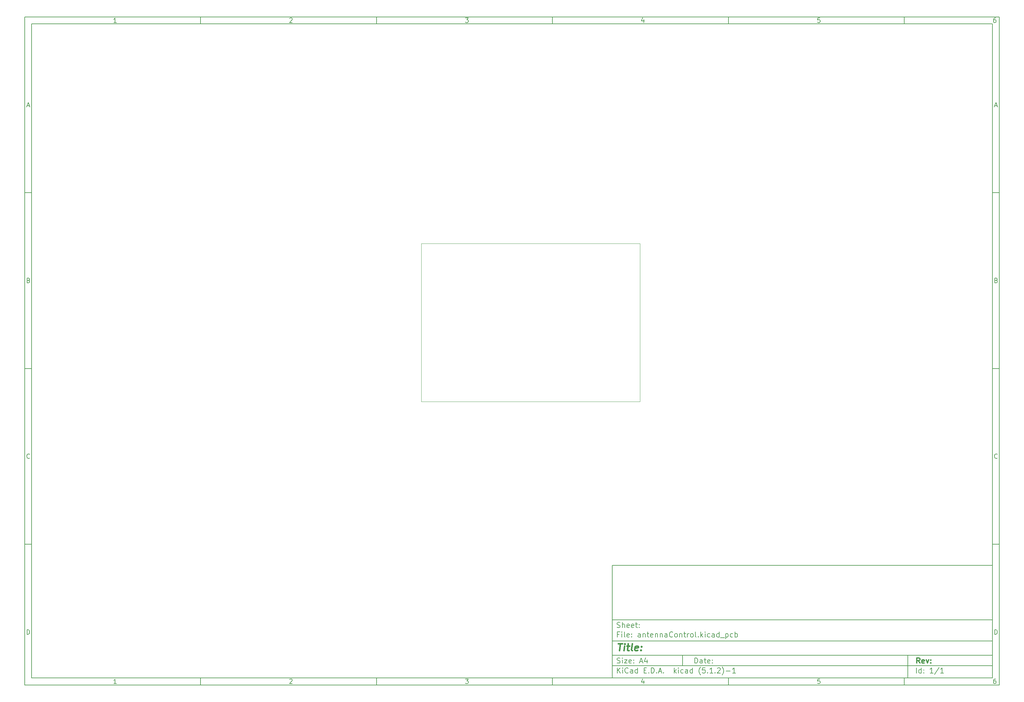
<source format=gbr>
G04 #@! TF.GenerationSoftware,KiCad,Pcbnew,(5.1.2)-1*
G04 #@! TF.CreationDate,2019-05-30T12:40:23+02:00*
G04 #@! TF.ProjectId,antennaControl,616e7465-6e6e-4614-936f-6e74726f6c2e,rev?*
G04 #@! TF.SameCoordinates,Original*
G04 #@! TF.FileFunction,Profile,NP*
%FSLAX46Y46*%
G04 Gerber Fmt 4.6, Leading zero omitted, Abs format (unit mm)*
G04 Created by KiCad (PCBNEW (5.1.2)-1) date 2019-05-30 12:40:23*
%MOMM*%
%LPD*%
G04 APERTURE LIST*
%ADD10C,0.100000*%
%ADD11C,0.150000*%
%ADD12C,0.300000*%
%ADD13C,0.400000*%
G04 APERTURE END LIST*
D10*
D11*
X177002200Y-166007200D02*
X177002200Y-198007200D01*
X285002200Y-198007200D01*
X285002200Y-166007200D01*
X177002200Y-166007200D01*
D10*
D11*
X10000000Y-10000000D02*
X10000000Y-200007200D01*
X287002200Y-200007200D01*
X287002200Y-10000000D01*
X10000000Y-10000000D01*
D10*
D11*
X12000000Y-12000000D02*
X12000000Y-198007200D01*
X285002200Y-198007200D01*
X285002200Y-12000000D01*
X12000000Y-12000000D01*
D10*
D11*
X60000000Y-12000000D02*
X60000000Y-10000000D01*
D10*
D11*
X110000000Y-12000000D02*
X110000000Y-10000000D01*
D10*
D11*
X160000000Y-12000000D02*
X160000000Y-10000000D01*
D10*
D11*
X210000000Y-12000000D02*
X210000000Y-10000000D01*
D10*
D11*
X260000000Y-12000000D02*
X260000000Y-10000000D01*
D10*
D11*
X36065476Y-11588095D02*
X35322619Y-11588095D01*
X35694047Y-11588095D02*
X35694047Y-10288095D01*
X35570238Y-10473809D01*
X35446428Y-10597619D01*
X35322619Y-10659523D01*
D10*
D11*
X85322619Y-10411904D02*
X85384523Y-10350000D01*
X85508333Y-10288095D01*
X85817857Y-10288095D01*
X85941666Y-10350000D01*
X86003571Y-10411904D01*
X86065476Y-10535714D01*
X86065476Y-10659523D01*
X86003571Y-10845238D01*
X85260714Y-11588095D01*
X86065476Y-11588095D01*
D10*
D11*
X135260714Y-10288095D02*
X136065476Y-10288095D01*
X135632142Y-10783333D01*
X135817857Y-10783333D01*
X135941666Y-10845238D01*
X136003571Y-10907142D01*
X136065476Y-11030952D01*
X136065476Y-11340476D01*
X136003571Y-11464285D01*
X135941666Y-11526190D01*
X135817857Y-11588095D01*
X135446428Y-11588095D01*
X135322619Y-11526190D01*
X135260714Y-11464285D01*
D10*
D11*
X185941666Y-10721428D02*
X185941666Y-11588095D01*
X185632142Y-10226190D02*
X185322619Y-11154761D01*
X186127380Y-11154761D01*
D10*
D11*
X236003571Y-10288095D02*
X235384523Y-10288095D01*
X235322619Y-10907142D01*
X235384523Y-10845238D01*
X235508333Y-10783333D01*
X235817857Y-10783333D01*
X235941666Y-10845238D01*
X236003571Y-10907142D01*
X236065476Y-11030952D01*
X236065476Y-11340476D01*
X236003571Y-11464285D01*
X235941666Y-11526190D01*
X235817857Y-11588095D01*
X235508333Y-11588095D01*
X235384523Y-11526190D01*
X235322619Y-11464285D01*
D10*
D11*
X285941666Y-10288095D02*
X285694047Y-10288095D01*
X285570238Y-10350000D01*
X285508333Y-10411904D01*
X285384523Y-10597619D01*
X285322619Y-10845238D01*
X285322619Y-11340476D01*
X285384523Y-11464285D01*
X285446428Y-11526190D01*
X285570238Y-11588095D01*
X285817857Y-11588095D01*
X285941666Y-11526190D01*
X286003571Y-11464285D01*
X286065476Y-11340476D01*
X286065476Y-11030952D01*
X286003571Y-10907142D01*
X285941666Y-10845238D01*
X285817857Y-10783333D01*
X285570238Y-10783333D01*
X285446428Y-10845238D01*
X285384523Y-10907142D01*
X285322619Y-11030952D01*
D10*
D11*
X60000000Y-198007200D02*
X60000000Y-200007200D01*
D10*
D11*
X110000000Y-198007200D02*
X110000000Y-200007200D01*
D10*
D11*
X160000000Y-198007200D02*
X160000000Y-200007200D01*
D10*
D11*
X210000000Y-198007200D02*
X210000000Y-200007200D01*
D10*
D11*
X260000000Y-198007200D02*
X260000000Y-200007200D01*
D10*
D11*
X36065476Y-199595295D02*
X35322619Y-199595295D01*
X35694047Y-199595295D02*
X35694047Y-198295295D01*
X35570238Y-198481009D01*
X35446428Y-198604819D01*
X35322619Y-198666723D01*
D10*
D11*
X85322619Y-198419104D02*
X85384523Y-198357200D01*
X85508333Y-198295295D01*
X85817857Y-198295295D01*
X85941666Y-198357200D01*
X86003571Y-198419104D01*
X86065476Y-198542914D01*
X86065476Y-198666723D01*
X86003571Y-198852438D01*
X85260714Y-199595295D01*
X86065476Y-199595295D01*
D10*
D11*
X135260714Y-198295295D02*
X136065476Y-198295295D01*
X135632142Y-198790533D01*
X135817857Y-198790533D01*
X135941666Y-198852438D01*
X136003571Y-198914342D01*
X136065476Y-199038152D01*
X136065476Y-199347676D01*
X136003571Y-199471485D01*
X135941666Y-199533390D01*
X135817857Y-199595295D01*
X135446428Y-199595295D01*
X135322619Y-199533390D01*
X135260714Y-199471485D01*
D10*
D11*
X185941666Y-198728628D02*
X185941666Y-199595295D01*
X185632142Y-198233390D02*
X185322619Y-199161961D01*
X186127380Y-199161961D01*
D10*
D11*
X236003571Y-198295295D02*
X235384523Y-198295295D01*
X235322619Y-198914342D01*
X235384523Y-198852438D01*
X235508333Y-198790533D01*
X235817857Y-198790533D01*
X235941666Y-198852438D01*
X236003571Y-198914342D01*
X236065476Y-199038152D01*
X236065476Y-199347676D01*
X236003571Y-199471485D01*
X235941666Y-199533390D01*
X235817857Y-199595295D01*
X235508333Y-199595295D01*
X235384523Y-199533390D01*
X235322619Y-199471485D01*
D10*
D11*
X285941666Y-198295295D02*
X285694047Y-198295295D01*
X285570238Y-198357200D01*
X285508333Y-198419104D01*
X285384523Y-198604819D01*
X285322619Y-198852438D01*
X285322619Y-199347676D01*
X285384523Y-199471485D01*
X285446428Y-199533390D01*
X285570238Y-199595295D01*
X285817857Y-199595295D01*
X285941666Y-199533390D01*
X286003571Y-199471485D01*
X286065476Y-199347676D01*
X286065476Y-199038152D01*
X286003571Y-198914342D01*
X285941666Y-198852438D01*
X285817857Y-198790533D01*
X285570238Y-198790533D01*
X285446428Y-198852438D01*
X285384523Y-198914342D01*
X285322619Y-199038152D01*
D10*
D11*
X10000000Y-60000000D02*
X12000000Y-60000000D01*
D10*
D11*
X10000000Y-110000000D02*
X12000000Y-110000000D01*
D10*
D11*
X10000000Y-160000000D02*
X12000000Y-160000000D01*
D10*
D11*
X10690476Y-35216666D02*
X11309523Y-35216666D01*
X10566666Y-35588095D02*
X11000000Y-34288095D01*
X11433333Y-35588095D01*
D10*
D11*
X11092857Y-84907142D02*
X11278571Y-84969047D01*
X11340476Y-85030952D01*
X11402380Y-85154761D01*
X11402380Y-85340476D01*
X11340476Y-85464285D01*
X11278571Y-85526190D01*
X11154761Y-85588095D01*
X10659523Y-85588095D01*
X10659523Y-84288095D01*
X11092857Y-84288095D01*
X11216666Y-84350000D01*
X11278571Y-84411904D01*
X11340476Y-84535714D01*
X11340476Y-84659523D01*
X11278571Y-84783333D01*
X11216666Y-84845238D01*
X11092857Y-84907142D01*
X10659523Y-84907142D01*
D10*
D11*
X11402380Y-135464285D02*
X11340476Y-135526190D01*
X11154761Y-135588095D01*
X11030952Y-135588095D01*
X10845238Y-135526190D01*
X10721428Y-135402380D01*
X10659523Y-135278571D01*
X10597619Y-135030952D01*
X10597619Y-134845238D01*
X10659523Y-134597619D01*
X10721428Y-134473809D01*
X10845238Y-134350000D01*
X11030952Y-134288095D01*
X11154761Y-134288095D01*
X11340476Y-134350000D01*
X11402380Y-134411904D01*
D10*
D11*
X10659523Y-185588095D02*
X10659523Y-184288095D01*
X10969047Y-184288095D01*
X11154761Y-184350000D01*
X11278571Y-184473809D01*
X11340476Y-184597619D01*
X11402380Y-184845238D01*
X11402380Y-185030952D01*
X11340476Y-185278571D01*
X11278571Y-185402380D01*
X11154761Y-185526190D01*
X10969047Y-185588095D01*
X10659523Y-185588095D01*
D10*
D11*
X287002200Y-60000000D02*
X285002200Y-60000000D01*
D10*
D11*
X287002200Y-110000000D02*
X285002200Y-110000000D01*
D10*
D11*
X287002200Y-160000000D02*
X285002200Y-160000000D01*
D10*
D11*
X285692676Y-35216666D02*
X286311723Y-35216666D01*
X285568866Y-35588095D02*
X286002200Y-34288095D01*
X286435533Y-35588095D01*
D10*
D11*
X286095057Y-84907142D02*
X286280771Y-84969047D01*
X286342676Y-85030952D01*
X286404580Y-85154761D01*
X286404580Y-85340476D01*
X286342676Y-85464285D01*
X286280771Y-85526190D01*
X286156961Y-85588095D01*
X285661723Y-85588095D01*
X285661723Y-84288095D01*
X286095057Y-84288095D01*
X286218866Y-84350000D01*
X286280771Y-84411904D01*
X286342676Y-84535714D01*
X286342676Y-84659523D01*
X286280771Y-84783333D01*
X286218866Y-84845238D01*
X286095057Y-84907142D01*
X285661723Y-84907142D01*
D10*
D11*
X286404580Y-135464285D02*
X286342676Y-135526190D01*
X286156961Y-135588095D01*
X286033152Y-135588095D01*
X285847438Y-135526190D01*
X285723628Y-135402380D01*
X285661723Y-135278571D01*
X285599819Y-135030952D01*
X285599819Y-134845238D01*
X285661723Y-134597619D01*
X285723628Y-134473809D01*
X285847438Y-134350000D01*
X286033152Y-134288095D01*
X286156961Y-134288095D01*
X286342676Y-134350000D01*
X286404580Y-134411904D01*
D10*
D11*
X285661723Y-185588095D02*
X285661723Y-184288095D01*
X285971247Y-184288095D01*
X286156961Y-184350000D01*
X286280771Y-184473809D01*
X286342676Y-184597619D01*
X286404580Y-184845238D01*
X286404580Y-185030952D01*
X286342676Y-185278571D01*
X286280771Y-185402380D01*
X286156961Y-185526190D01*
X285971247Y-185588095D01*
X285661723Y-185588095D01*
D10*
D11*
X200434342Y-193785771D02*
X200434342Y-192285771D01*
X200791485Y-192285771D01*
X201005771Y-192357200D01*
X201148628Y-192500057D01*
X201220057Y-192642914D01*
X201291485Y-192928628D01*
X201291485Y-193142914D01*
X201220057Y-193428628D01*
X201148628Y-193571485D01*
X201005771Y-193714342D01*
X200791485Y-193785771D01*
X200434342Y-193785771D01*
X202577200Y-193785771D02*
X202577200Y-193000057D01*
X202505771Y-192857200D01*
X202362914Y-192785771D01*
X202077200Y-192785771D01*
X201934342Y-192857200D01*
X202577200Y-193714342D02*
X202434342Y-193785771D01*
X202077200Y-193785771D01*
X201934342Y-193714342D01*
X201862914Y-193571485D01*
X201862914Y-193428628D01*
X201934342Y-193285771D01*
X202077200Y-193214342D01*
X202434342Y-193214342D01*
X202577200Y-193142914D01*
X203077200Y-192785771D02*
X203648628Y-192785771D01*
X203291485Y-192285771D02*
X203291485Y-193571485D01*
X203362914Y-193714342D01*
X203505771Y-193785771D01*
X203648628Y-193785771D01*
X204720057Y-193714342D02*
X204577200Y-193785771D01*
X204291485Y-193785771D01*
X204148628Y-193714342D01*
X204077200Y-193571485D01*
X204077200Y-193000057D01*
X204148628Y-192857200D01*
X204291485Y-192785771D01*
X204577200Y-192785771D01*
X204720057Y-192857200D01*
X204791485Y-193000057D01*
X204791485Y-193142914D01*
X204077200Y-193285771D01*
X205434342Y-193642914D02*
X205505771Y-193714342D01*
X205434342Y-193785771D01*
X205362914Y-193714342D01*
X205434342Y-193642914D01*
X205434342Y-193785771D01*
X205434342Y-192857200D02*
X205505771Y-192928628D01*
X205434342Y-193000057D01*
X205362914Y-192928628D01*
X205434342Y-192857200D01*
X205434342Y-193000057D01*
D10*
D11*
X177002200Y-194507200D02*
X285002200Y-194507200D01*
D10*
D11*
X178434342Y-196585771D02*
X178434342Y-195085771D01*
X179291485Y-196585771D02*
X178648628Y-195728628D01*
X179291485Y-195085771D02*
X178434342Y-195942914D01*
X179934342Y-196585771D02*
X179934342Y-195585771D01*
X179934342Y-195085771D02*
X179862914Y-195157200D01*
X179934342Y-195228628D01*
X180005771Y-195157200D01*
X179934342Y-195085771D01*
X179934342Y-195228628D01*
X181505771Y-196442914D02*
X181434342Y-196514342D01*
X181220057Y-196585771D01*
X181077200Y-196585771D01*
X180862914Y-196514342D01*
X180720057Y-196371485D01*
X180648628Y-196228628D01*
X180577200Y-195942914D01*
X180577200Y-195728628D01*
X180648628Y-195442914D01*
X180720057Y-195300057D01*
X180862914Y-195157200D01*
X181077200Y-195085771D01*
X181220057Y-195085771D01*
X181434342Y-195157200D01*
X181505771Y-195228628D01*
X182791485Y-196585771D02*
X182791485Y-195800057D01*
X182720057Y-195657200D01*
X182577200Y-195585771D01*
X182291485Y-195585771D01*
X182148628Y-195657200D01*
X182791485Y-196514342D02*
X182648628Y-196585771D01*
X182291485Y-196585771D01*
X182148628Y-196514342D01*
X182077200Y-196371485D01*
X182077200Y-196228628D01*
X182148628Y-196085771D01*
X182291485Y-196014342D01*
X182648628Y-196014342D01*
X182791485Y-195942914D01*
X184148628Y-196585771D02*
X184148628Y-195085771D01*
X184148628Y-196514342D02*
X184005771Y-196585771D01*
X183720057Y-196585771D01*
X183577200Y-196514342D01*
X183505771Y-196442914D01*
X183434342Y-196300057D01*
X183434342Y-195871485D01*
X183505771Y-195728628D01*
X183577200Y-195657200D01*
X183720057Y-195585771D01*
X184005771Y-195585771D01*
X184148628Y-195657200D01*
X186005771Y-195800057D02*
X186505771Y-195800057D01*
X186720057Y-196585771D02*
X186005771Y-196585771D01*
X186005771Y-195085771D01*
X186720057Y-195085771D01*
X187362914Y-196442914D02*
X187434342Y-196514342D01*
X187362914Y-196585771D01*
X187291485Y-196514342D01*
X187362914Y-196442914D01*
X187362914Y-196585771D01*
X188077200Y-196585771D02*
X188077200Y-195085771D01*
X188434342Y-195085771D01*
X188648628Y-195157200D01*
X188791485Y-195300057D01*
X188862914Y-195442914D01*
X188934342Y-195728628D01*
X188934342Y-195942914D01*
X188862914Y-196228628D01*
X188791485Y-196371485D01*
X188648628Y-196514342D01*
X188434342Y-196585771D01*
X188077200Y-196585771D01*
X189577200Y-196442914D02*
X189648628Y-196514342D01*
X189577200Y-196585771D01*
X189505771Y-196514342D01*
X189577200Y-196442914D01*
X189577200Y-196585771D01*
X190220057Y-196157200D02*
X190934342Y-196157200D01*
X190077200Y-196585771D02*
X190577200Y-195085771D01*
X191077200Y-196585771D01*
X191577200Y-196442914D02*
X191648628Y-196514342D01*
X191577200Y-196585771D01*
X191505771Y-196514342D01*
X191577200Y-196442914D01*
X191577200Y-196585771D01*
X194577200Y-196585771D02*
X194577200Y-195085771D01*
X194720057Y-196014342D02*
X195148628Y-196585771D01*
X195148628Y-195585771D02*
X194577200Y-196157200D01*
X195791485Y-196585771D02*
X195791485Y-195585771D01*
X195791485Y-195085771D02*
X195720057Y-195157200D01*
X195791485Y-195228628D01*
X195862914Y-195157200D01*
X195791485Y-195085771D01*
X195791485Y-195228628D01*
X197148628Y-196514342D02*
X197005771Y-196585771D01*
X196720057Y-196585771D01*
X196577200Y-196514342D01*
X196505771Y-196442914D01*
X196434342Y-196300057D01*
X196434342Y-195871485D01*
X196505771Y-195728628D01*
X196577200Y-195657200D01*
X196720057Y-195585771D01*
X197005771Y-195585771D01*
X197148628Y-195657200D01*
X198434342Y-196585771D02*
X198434342Y-195800057D01*
X198362914Y-195657200D01*
X198220057Y-195585771D01*
X197934342Y-195585771D01*
X197791485Y-195657200D01*
X198434342Y-196514342D02*
X198291485Y-196585771D01*
X197934342Y-196585771D01*
X197791485Y-196514342D01*
X197720057Y-196371485D01*
X197720057Y-196228628D01*
X197791485Y-196085771D01*
X197934342Y-196014342D01*
X198291485Y-196014342D01*
X198434342Y-195942914D01*
X199791485Y-196585771D02*
X199791485Y-195085771D01*
X199791485Y-196514342D02*
X199648628Y-196585771D01*
X199362914Y-196585771D01*
X199220057Y-196514342D01*
X199148628Y-196442914D01*
X199077200Y-196300057D01*
X199077200Y-195871485D01*
X199148628Y-195728628D01*
X199220057Y-195657200D01*
X199362914Y-195585771D01*
X199648628Y-195585771D01*
X199791485Y-195657200D01*
X202077200Y-197157200D02*
X202005771Y-197085771D01*
X201862914Y-196871485D01*
X201791485Y-196728628D01*
X201720057Y-196514342D01*
X201648628Y-196157200D01*
X201648628Y-195871485D01*
X201720057Y-195514342D01*
X201791485Y-195300057D01*
X201862914Y-195157200D01*
X202005771Y-194942914D01*
X202077200Y-194871485D01*
X203362914Y-195085771D02*
X202648628Y-195085771D01*
X202577200Y-195800057D01*
X202648628Y-195728628D01*
X202791485Y-195657200D01*
X203148628Y-195657200D01*
X203291485Y-195728628D01*
X203362914Y-195800057D01*
X203434342Y-195942914D01*
X203434342Y-196300057D01*
X203362914Y-196442914D01*
X203291485Y-196514342D01*
X203148628Y-196585771D01*
X202791485Y-196585771D01*
X202648628Y-196514342D01*
X202577200Y-196442914D01*
X204077200Y-196442914D02*
X204148628Y-196514342D01*
X204077200Y-196585771D01*
X204005771Y-196514342D01*
X204077200Y-196442914D01*
X204077200Y-196585771D01*
X205577200Y-196585771D02*
X204720057Y-196585771D01*
X205148628Y-196585771D02*
X205148628Y-195085771D01*
X205005771Y-195300057D01*
X204862914Y-195442914D01*
X204720057Y-195514342D01*
X206220057Y-196442914D02*
X206291485Y-196514342D01*
X206220057Y-196585771D01*
X206148628Y-196514342D01*
X206220057Y-196442914D01*
X206220057Y-196585771D01*
X206862914Y-195228628D02*
X206934342Y-195157200D01*
X207077200Y-195085771D01*
X207434342Y-195085771D01*
X207577200Y-195157200D01*
X207648628Y-195228628D01*
X207720057Y-195371485D01*
X207720057Y-195514342D01*
X207648628Y-195728628D01*
X206791485Y-196585771D01*
X207720057Y-196585771D01*
X208220057Y-197157200D02*
X208291485Y-197085771D01*
X208434342Y-196871485D01*
X208505771Y-196728628D01*
X208577200Y-196514342D01*
X208648628Y-196157200D01*
X208648628Y-195871485D01*
X208577200Y-195514342D01*
X208505771Y-195300057D01*
X208434342Y-195157200D01*
X208291485Y-194942914D01*
X208220057Y-194871485D01*
X209362914Y-196014342D02*
X210505771Y-196014342D01*
X212005771Y-196585771D02*
X211148628Y-196585771D01*
X211577200Y-196585771D02*
X211577200Y-195085771D01*
X211434342Y-195300057D01*
X211291485Y-195442914D01*
X211148628Y-195514342D01*
D10*
D11*
X177002200Y-191507200D02*
X285002200Y-191507200D01*
D10*
D12*
X264411485Y-193785771D02*
X263911485Y-193071485D01*
X263554342Y-193785771D02*
X263554342Y-192285771D01*
X264125771Y-192285771D01*
X264268628Y-192357200D01*
X264340057Y-192428628D01*
X264411485Y-192571485D01*
X264411485Y-192785771D01*
X264340057Y-192928628D01*
X264268628Y-193000057D01*
X264125771Y-193071485D01*
X263554342Y-193071485D01*
X265625771Y-193714342D02*
X265482914Y-193785771D01*
X265197200Y-193785771D01*
X265054342Y-193714342D01*
X264982914Y-193571485D01*
X264982914Y-193000057D01*
X265054342Y-192857200D01*
X265197200Y-192785771D01*
X265482914Y-192785771D01*
X265625771Y-192857200D01*
X265697200Y-193000057D01*
X265697200Y-193142914D01*
X264982914Y-193285771D01*
X266197200Y-192785771D02*
X266554342Y-193785771D01*
X266911485Y-192785771D01*
X267482914Y-193642914D02*
X267554342Y-193714342D01*
X267482914Y-193785771D01*
X267411485Y-193714342D01*
X267482914Y-193642914D01*
X267482914Y-193785771D01*
X267482914Y-192857200D02*
X267554342Y-192928628D01*
X267482914Y-193000057D01*
X267411485Y-192928628D01*
X267482914Y-192857200D01*
X267482914Y-193000057D01*
D10*
D11*
X178362914Y-193714342D02*
X178577200Y-193785771D01*
X178934342Y-193785771D01*
X179077200Y-193714342D01*
X179148628Y-193642914D01*
X179220057Y-193500057D01*
X179220057Y-193357200D01*
X179148628Y-193214342D01*
X179077200Y-193142914D01*
X178934342Y-193071485D01*
X178648628Y-193000057D01*
X178505771Y-192928628D01*
X178434342Y-192857200D01*
X178362914Y-192714342D01*
X178362914Y-192571485D01*
X178434342Y-192428628D01*
X178505771Y-192357200D01*
X178648628Y-192285771D01*
X179005771Y-192285771D01*
X179220057Y-192357200D01*
X179862914Y-193785771D02*
X179862914Y-192785771D01*
X179862914Y-192285771D02*
X179791485Y-192357200D01*
X179862914Y-192428628D01*
X179934342Y-192357200D01*
X179862914Y-192285771D01*
X179862914Y-192428628D01*
X180434342Y-192785771D02*
X181220057Y-192785771D01*
X180434342Y-193785771D01*
X181220057Y-193785771D01*
X182362914Y-193714342D02*
X182220057Y-193785771D01*
X181934342Y-193785771D01*
X181791485Y-193714342D01*
X181720057Y-193571485D01*
X181720057Y-193000057D01*
X181791485Y-192857200D01*
X181934342Y-192785771D01*
X182220057Y-192785771D01*
X182362914Y-192857200D01*
X182434342Y-193000057D01*
X182434342Y-193142914D01*
X181720057Y-193285771D01*
X183077200Y-193642914D02*
X183148628Y-193714342D01*
X183077200Y-193785771D01*
X183005771Y-193714342D01*
X183077200Y-193642914D01*
X183077200Y-193785771D01*
X183077200Y-192857200D02*
X183148628Y-192928628D01*
X183077200Y-193000057D01*
X183005771Y-192928628D01*
X183077200Y-192857200D01*
X183077200Y-193000057D01*
X184862914Y-193357200D02*
X185577200Y-193357200D01*
X184720057Y-193785771D02*
X185220057Y-192285771D01*
X185720057Y-193785771D01*
X186862914Y-192785771D02*
X186862914Y-193785771D01*
X186505771Y-192214342D02*
X186148628Y-193285771D01*
X187077200Y-193285771D01*
D10*
D11*
X263434342Y-196585771D02*
X263434342Y-195085771D01*
X264791485Y-196585771D02*
X264791485Y-195085771D01*
X264791485Y-196514342D02*
X264648628Y-196585771D01*
X264362914Y-196585771D01*
X264220057Y-196514342D01*
X264148628Y-196442914D01*
X264077200Y-196300057D01*
X264077200Y-195871485D01*
X264148628Y-195728628D01*
X264220057Y-195657200D01*
X264362914Y-195585771D01*
X264648628Y-195585771D01*
X264791485Y-195657200D01*
X265505771Y-196442914D02*
X265577200Y-196514342D01*
X265505771Y-196585771D01*
X265434342Y-196514342D01*
X265505771Y-196442914D01*
X265505771Y-196585771D01*
X265505771Y-195657200D02*
X265577200Y-195728628D01*
X265505771Y-195800057D01*
X265434342Y-195728628D01*
X265505771Y-195657200D01*
X265505771Y-195800057D01*
X268148628Y-196585771D02*
X267291485Y-196585771D01*
X267720057Y-196585771D02*
X267720057Y-195085771D01*
X267577200Y-195300057D01*
X267434342Y-195442914D01*
X267291485Y-195514342D01*
X269862914Y-195014342D02*
X268577200Y-196942914D01*
X271148628Y-196585771D02*
X270291485Y-196585771D01*
X270720057Y-196585771D02*
X270720057Y-195085771D01*
X270577200Y-195300057D01*
X270434342Y-195442914D01*
X270291485Y-195514342D01*
D10*
D11*
X177002200Y-187507200D02*
X285002200Y-187507200D01*
D10*
D13*
X178714580Y-188211961D02*
X179857438Y-188211961D01*
X179036009Y-190211961D02*
X179286009Y-188211961D01*
X180274104Y-190211961D02*
X180440771Y-188878628D01*
X180524104Y-188211961D02*
X180416961Y-188307200D01*
X180500295Y-188402438D01*
X180607438Y-188307200D01*
X180524104Y-188211961D01*
X180500295Y-188402438D01*
X181107438Y-188878628D02*
X181869342Y-188878628D01*
X181476485Y-188211961D02*
X181262200Y-189926247D01*
X181333628Y-190116723D01*
X181512200Y-190211961D01*
X181702676Y-190211961D01*
X182655057Y-190211961D02*
X182476485Y-190116723D01*
X182405057Y-189926247D01*
X182619342Y-188211961D01*
X184190771Y-190116723D02*
X183988390Y-190211961D01*
X183607438Y-190211961D01*
X183428866Y-190116723D01*
X183357438Y-189926247D01*
X183452676Y-189164342D01*
X183571723Y-188973866D01*
X183774104Y-188878628D01*
X184155057Y-188878628D01*
X184333628Y-188973866D01*
X184405057Y-189164342D01*
X184381247Y-189354819D01*
X183405057Y-189545295D01*
X185155057Y-190021485D02*
X185238390Y-190116723D01*
X185131247Y-190211961D01*
X185047914Y-190116723D01*
X185155057Y-190021485D01*
X185131247Y-190211961D01*
X185286009Y-188973866D02*
X185369342Y-189069104D01*
X185262200Y-189164342D01*
X185178866Y-189069104D01*
X185286009Y-188973866D01*
X185262200Y-189164342D01*
D10*
D11*
X178934342Y-185600057D02*
X178434342Y-185600057D01*
X178434342Y-186385771D02*
X178434342Y-184885771D01*
X179148628Y-184885771D01*
X179720057Y-186385771D02*
X179720057Y-185385771D01*
X179720057Y-184885771D02*
X179648628Y-184957200D01*
X179720057Y-185028628D01*
X179791485Y-184957200D01*
X179720057Y-184885771D01*
X179720057Y-185028628D01*
X180648628Y-186385771D02*
X180505771Y-186314342D01*
X180434342Y-186171485D01*
X180434342Y-184885771D01*
X181791485Y-186314342D02*
X181648628Y-186385771D01*
X181362914Y-186385771D01*
X181220057Y-186314342D01*
X181148628Y-186171485D01*
X181148628Y-185600057D01*
X181220057Y-185457200D01*
X181362914Y-185385771D01*
X181648628Y-185385771D01*
X181791485Y-185457200D01*
X181862914Y-185600057D01*
X181862914Y-185742914D01*
X181148628Y-185885771D01*
X182505771Y-186242914D02*
X182577200Y-186314342D01*
X182505771Y-186385771D01*
X182434342Y-186314342D01*
X182505771Y-186242914D01*
X182505771Y-186385771D01*
X182505771Y-185457200D02*
X182577200Y-185528628D01*
X182505771Y-185600057D01*
X182434342Y-185528628D01*
X182505771Y-185457200D01*
X182505771Y-185600057D01*
X185005771Y-186385771D02*
X185005771Y-185600057D01*
X184934342Y-185457200D01*
X184791485Y-185385771D01*
X184505771Y-185385771D01*
X184362914Y-185457200D01*
X185005771Y-186314342D02*
X184862914Y-186385771D01*
X184505771Y-186385771D01*
X184362914Y-186314342D01*
X184291485Y-186171485D01*
X184291485Y-186028628D01*
X184362914Y-185885771D01*
X184505771Y-185814342D01*
X184862914Y-185814342D01*
X185005771Y-185742914D01*
X185720057Y-185385771D02*
X185720057Y-186385771D01*
X185720057Y-185528628D02*
X185791485Y-185457200D01*
X185934342Y-185385771D01*
X186148628Y-185385771D01*
X186291485Y-185457200D01*
X186362914Y-185600057D01*
X186362914Y-186385771D01*
X186862914Y-185385771D02*
X187434342Y-185385771D01*
X187077200Y-184885771D02*
X187077200Y-186171485D01*
X187148628Y-186314342D01*
X187291485Y-186385771D01*
X187434342Y-186385771D01*
X188505771Y-186314342D02*
X188362914Y-186385771D01*
X188077200Y-186385771D01*
X187934342Y-186314342D01*
X187862914Y-186171485D01*
X187862914Y-185600057D01*
X187934342Y-185457200D01*
X188077200Y-185385771D01*
X188362914Y-185385771D01*
X188505771Y-185457200D01*
X188577200Y-185600057D01*
X188577200Y-185742914D01*
X187862914Y-185885771D01*
X189220057Y-185385771D02*
X189220057Y-186385771D01*
X189220057Y-185528628D02*
X189291485Y-185457200D01*
X189434342Y-185385771D01*
X189648628Y-185385771D01*
X189791485Y-185457200D01*
X189862914Y-185600057D01*
X189862914Y-186385771D01*
X190577200Y-185385771D02*
X190577200Y-186385771D01*
X190577200Y-185528628D02*
X190648628Y-185457200D01*
X190791485Y-185385771D01*
X191005771Y-185385771D01*
X191148628Y-185457200D01*
X191220057Y-185600057D01*
X191220057Y-186385771D01*
X192577200Y-186385771D02*
X192577200Y-185600057D01*
X192505771Y-185457200D01*
X192362914Y-185385771D01*
X192077200Y-185385771D01*
X191934342Y-185457200D01*
X192577200Y-186314342D02*
X192434342Y-186385771D01*
X192077200Y-186385771D01*
X191934342Y-186314342D01*
X191862914Y-186171485D01*
X191862914Y-186028628D01*
X191934342Y-185885771D01*
X192077200Y-185814342D01*
X192434342Y-185814342D01*
X192577200Y-185742914D01*
X194148628Y-186242914D02*
X194077200Y-186314342D01*
X193862914Y-186385771D01*
X193720057Y-186385771D01*
X193505771Y-186314342D01*
X193362914Y-186171485D01*
X193291485Y-186028628D01*
X193220057Y-185742914D01*
X193220057Y-185528628D01*
X193291485Y-185242914D01*
X193362914Y-185100057D01*
X193505771Y-184957200D01*
X193720057Y-184885771D01*
X193862914Y-184885771D01*
X194077200Y-184957200D01*
X194148628Y-185028628D01*
X195005771Y-186385771D02*
X194862914Y-186314342D01*
X194791485Y-186242914D01*
X194720057Y-186100057D01*
X194720057Y-185671485D01*
X194791485Y-185528628D01*
X194862914Y-185457200D01*
X195005771Y-185385771D01*
X195220057Y-185385771D01*
X195362914Y-185457200D01*
X195434342Y-185528628D01*
X195505771Y-185671485D01*
X195505771Y-186100057D01*
X195434342Y-186242914D01*
X195362914Y-186314342D01*
X195220057Y-186385771D01*
X195005771Y-186385771D01*
X196148628Y-185385771D02*
X196148628Y-186385771D01*
X196148628Y-185528628D02*
X196220057Y-185457200D01*
X196362914Y-185385771D01*
X196577200Y-185385771D01*
X196720057Y-185457200D01*
X196791485Y-185600057D01*
X196791485Y-186385771D01*
X197291485Y-185385771D02*
X197862914Y-185385771D01*
X197505771Y-184885771D02*
X197505771Y-186171485D01*
X197577200Y-186314342D01*
X197720057Y-186385771D01*
X197862914Y-186385771D01*
X198362914Y-186385771D02*
X198362914Y-185385771D01*
X198362914Y-185671485D02*
X198434342Y-185528628D01*
X198505771Y-185457200D01*
X198648628Y-185385771D01*
X198791485Y-185385771D01*
X199505771Y-186385771D02*
X199362914Y-186314342D01*
X199291485Y-186242914D01*
X199220057Y-186100057D01*
X199220057Y-185671485D01*
X199291485Y-185528628D01*
X199362914Y-185457200D01*
X199505771Y-185385771D01*
X199720057Y-185385771D01*
X199862914Y-185457200D01*
X199934342Y-185528628D01*
X200005771Y-185671485D01*
X200005771Y-186100057D01*
X199934342Y-186242914D01*
X199862914Y-186314342D01*
X199720057Y-186385771D01*
X199505771Y-186385771D01*
X200862914Y-186385771D02*
X200720057Y-186314342D01*
X200648628Y-186171485D01*
X200648628Y-184885771D01*
X201434342Y-186242914D02*
X201505771Y-186314342D01*
X201434342Y-186385771D01*
X201362914Y-186314342D01*
X201434342Y-186242914D01*
X201434342Y-186385771D01*
X202148628Y-186385771D02*
X202148628Y-184885771D01*
X202291485Y-185814342D02*
X202720057Y-186385771D01*
X202720057Y-185385771D02*
X202148628Y-185957200D01*
X203362914Y-186385771D02*
X203362914Y-185385771D01*
X203362914Y-184885771D02*
X203291485Y-184957200D01*
X203362914Y-185028628D01*
X203434342Y-184957200D01*
X203362914Y-184885771D01*
X203362914Y-185028628D01*
X204720057Y-186314342D02*
X204577200Y-186385771D01*
X204291485Y-186385771D01*
X204148628Y-186314342D01*
X204077200Y-186242914D01*
X204005771Y-186100057D01*
X204005771Y-185671485D01*
X204077200Y-185528628D01*
X204148628Y-185457200D01*
X204291485Y-185385771D01*
X204577200Y-185385771D01*
X204720057Y-185457200D01*
X206005771Y-186385771D02*
X206005771Y-185600057D01*
X205934342Y-185457200D01*
X205791485Y-185385771D01*
X205505771Y-185385771D01*
X205362914Y-185457200D01*
X206005771Y-186314342D02*
X205862914Y-186385771D01*
X205505771Y-186385771D01*
X205362914Y-186314342D01*
X205291485Y-186171485D01*
X205291485Y-186028628D01*
X205362914Y-185885771D01*
X205505771Y-185814342D01*
X205862914Y-185814342D01*
X206005771Y-185742914D01*
X207362914Y-186385771D02*
X207362914Y-184885771D01*
X207362914Y-186314342D02*
X207220057Y-186385771D01*
X206934342Y-186385771D01*
X206791485Y-186314342D01*
X206720057Y-186242914D01*
X206648628Y-186100057D01*
X206648628Y-185671485D01*
X206720057Y-185528628D01*
X206791485Y-185457200D01*
X206934342Y-185385771D01*
X207220057Y-185385771D01*
X207362914Y-185457200D01*
X207720057Y-186528628D02*
X208862914Y-186528628D01*
X209220057Y-185385771D02*
X209220057Y-186885771D01*
X209220057Y-185457200D02*
X209362914Y-185385771D01*
X209648628Y-185385771D01*
X209791485Y-185457200D01*
X209862914Y-185528628D01*
X209934342Y-185671485D01*
X209934342Y-186100057D01*
X209862914Y-186242914D01*
X209791485Y-186314342D01*
X209648628Y-186385771D01*
X209362914Y-186385771D01*
X209220057Y-186314342D01*
X211220057Y-186314342D02*
X211077200Y-186385771D01*
X210791485Y-186385771D01*
X210648628Y-186314342D01*
X210577200Y-186242914D01*
X210505771Y-186100057D01*
X210505771Y-185671485D01*
X210577200Y-185528628D01*
X210648628Y-185457200D01*
X210791485Y-185385771D01*
X211077200Y-185385771D01*
X211220057Y-185457200D01*
X211862914Y-186385771D02*
X211862914Y-184885771D01*
X211862914Y-185457200D02*
X212005771Y-185385771D01*
X212291485Y-185385771D01*
X212434342Y-185457200D01*
X212505771Y-185528628D01*
X212577200Y-185671485D01*
X212577200Y-186100057D01*
X212505771Y-186242914D01*
X212434342Y-186314342D01*
X212291485Y-186385771D01*
X212005771Y-186385771D01*
X211862914Y-186314342D01*
D10*
D11*
X177002200Y-181507200D02*
X285002200Y-181507200D01*
D10*
D11*
X178362914Y-183614342D02*
X178577200Y-183685771D01*
X178934342Y-183685771D01*
X179077200Y-183614342D01*
X179148628Y-183542914D01*
X179220057Y-183400057D01*
X179220057Y-183257200D01*
X179148628Y-183114342D01*
X179077200Y-183042914D01*
X178934342Y-182971485D01*
X178648628Y-182900057D01*
X178505771Y-182828628D01*
X178434342Y-182757200D01*
X178362914Y-182614342D01*
X178362914Y-182471485D01*
X178434342Y-182328628D01*
X178505771Y-182257200D01*
X178648628Y-182185771D01*
X179005771Y-182185771D01*
X179220057Y-182257200D01*
X179862914Y-183685771D02*
X179862914Y-182185771D01*
X180505771Y-183685771D02*
X180505771Y-182900057D01*
X180434342Y-182757200D01*
X180291485Y-182685771D01*
X180077200Y-182685771D01*
X179934342Y-182757200D01*
X179862914Y-182828628D01*
X181791485Y-183614342D02*
X181648628Y-183685771D01*
X181362914Y-183685771D01*
X181220057Y-183614342D01*
X181148628Y-183471485D01*
X181148628Y-182900057D01*
X181220057Y-182757200D01*
X181362914Y-182685771D01*
X181648628Y-182685771D01*
X181791485Y-182757200D01*
X181862914Y-182900057D01*
X181862914Y-183042914D01*
X181148628Y-183185771D01*
X183077200Y-183614342D02*
X182934342Y-183685771D01*
X182648628Y-183685771D01*
X182505771Y-183614342D01*
X182434342Y-183471485D01*
X182434342Y-182900057D01*
X182505771Y-182757200D01*
X182648628Y-182685771D01*
X182934342Y-182685771D01*
X183077200Y-182757200D01*
X183148628Y-182900057D01*
X183148628Y-183042914D01*
X182434342Y-183185771D01*
X183577200Y-182685771D02*
X184148628Y-182685771D01*
X183791485Y-182185771D02*
X183791485Y-183471485D01*
X183862914Y-183614342D01*
X184005771Y-183685771D01*
X184148628Y-183685771D01*
X184648628Y-183542914D02*
X184720057Y-183614342D01*
X184648628Y-183685771D01*
X184577200Y-183614342D01*
X184648628Y-183542914D01*
X184648628Y-183685771D01*
X184648628Y-182757200D02*
X184720057Y-182828628D01*
X184648628Y-182900057D01*
X184577200Y-182828628D01*
X184648628Y-182757200D01*
X184648628Y-182900057D01*
D10*
D11*
X197002200Y-191507200D02*
X197002200Y-194507200D01*
D10*
D11*
X261002200Y-191507200D02*
X261002200Y-198007200D01*
D10*
X184848500Y-74422000D02*
X184848500Y-119380000D01*
X122682000Y-74422000D02*
X184848500Y-74422000D01*
X122682000Y-119380000D02*
X184848500Y-119380000D01*
X122682000Y-119380000D02*
X122682000Y-74422000D01*
M02*

</source>
